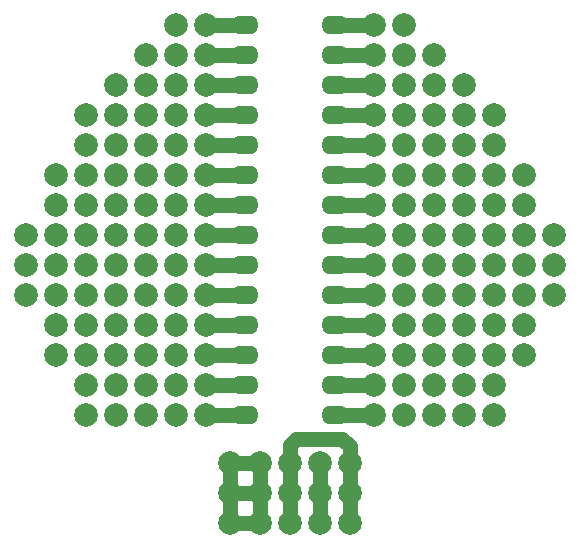
<source format=gbl>
G04 #@! TF.FileFunction,Copper,L2,Bot,Signal*
%FSLAX46Y46*%
G04 Gerber Fmt 4.6, Leading zero omitted, Abs format (unit mm)*
G04 Created by KiCad (PCBNEW 4.0.0-rc1-stable) date Di 10 Nov 2015 17:33:22 CET*
%MOMM*%
G01*
G04 APERTURE LIST*
%ADD10C,0.100000*%
%ADD11C,1.998980*%
%ADD12O,2.300000X1.600000*%
%ADD13C,1.250000*%
G04 APERTURE END LIST*
D10*
D11*
X158750000Y-103124000D03*
X139446000Y-103124000D03*
X156210000Y-103124000D03*
X141986000Y-103124000D03*
X158750000Y-105664000D03*
X156210000Y-105664000D03*
X161290000Y-105664000D03*
X161290000Y-108204000D03*
X158750000Y-108204000D03*
X163830000Y-108204000D03*
X156210000Y-108204000D03*
X141986000Y-105664000D03*
X139446000Y-105664000D03*
X136906000Y-105664000D03*
X139446000Y-108204000D03*
X136906000Y-108204000D03*
X141986000Y-108204000D03*
X134366000Y-108204000D03*
X126746000Y-123444000D03*
X126746000Y-120904000D03*
X126746000Y-125984000D03*
X129286000Y-125984000D03*
X129286000Y-128524000D03*
X129286000Y-131064000D03*
X129286000Y-123444000D03*
X129286000Y-120904000D03*
X129286000Y-115824000D03*
X129286000Y-118364000D03*
X171450000Y-123444000D03*
X171450000Y-120904000D03*
X171450000Y-125984000D03*
X168910000Y-115824000D03*
X168910000Y-118364000D03*
X168910000Y-123444000D03*
X168910000Y-120904000D03*
X168910000Y-128524000D03*
X168910000Y-125984000D03*
X168910000Y-131064000D03*
X158750000Y-113284000D03*
X161290000Y-113284000D03*
X158750000Y-115824000D03*
X161290000Y-115824000D03*
X161290000Y-118364000D03*
X158750000Y-118364000D03*
X163830000Y-113284000D03*
X166370000Y-110744000D03*
X166370000Y-113284000D03*
X163830000Y-110744000D03*
X158750000Y-128524000D03*
X158750000Y-125984000D03*
X161290000Y-125984000D03*
X166370000Y-125984000D03*
X161290000Y-123444000D03*
X166370000Y-120904000D03*
X163830000Y-125984000D03*
X166370000Y-123444000D03*
X163830000Y-120904000D03*
X161290000Y-120904000D03*
X163830000Y-123444000D03*
X158750000Y-123444000D03*
X158750000Y-120904000D03*
X161290000Y-136144000D03*
X166370000Y-136144000D03*
X163830000Y-133604000D03*
X166370000Y-133604000D03*
X163830000Y-136144000D03*
X161290000Y-133604000D03*
X163830000Y-131064000D03*
X163830000Y-128524000D03*
X161290000Y-128524000D03*
X161290000Y-131064000D03*
X166370000Y-128524000D03*
X166370000Y-131064000D03*
X158750000Y-133604000D03*
X158750000Y-131064000D03*
X158750000Y-136144000D03*
X163830000Y-118364000D03*
X166370000Y-118364000D03*
X163830000Y-115824000D03*
X166370000Y-115824000D03*
X161290000Y-110744000D03*
X158750000Y-110744000D03*
X156210000Y-118364000D03*
X156210000Y-115824000D03*
X156210000Y-120904000D03*
X156210000Y-123444000D03*
X156210000Y-125984000D03*
X156210000Y-128524000D03*
X156210000Y-113284000D03*
X156210000Y-131064000D03*
X156210000Y-136144000D03*
X156210000Y-133604000D03*
X144018000Y-145288000D03*
X144018000Y-142748000D03*
X146558000Y-145288000D03*
X146558000Y-142748000D03*
X151638000Y-145288000D03*
X151638000Y-142748000D03*
X149098000Y-145288000D03*
X149098000Y-142748000D03*
X154178000Y-145288000D03*
X154178000Y-142748000D03*
X144018000Y-140208000D03*
X146558000Y-140208000D03*
X149098000Y-140208000D03*
X154178000Y-140208000D03*
X151638000Y-140208000D03*
X131826000Y-125984000D03*
X134366000Y-125984000D03*
X134366000Y-123444000D03*
X131826000Y-120904000D03*
X131826000Y-123444000D03*
X131826000Y-131064000D03*
X131826000Y-128524000D03*
X134366000Y-131064000D03*
X134366000Y-128524000D03*
X136906000Y-131064000D03*
X136906000Y-128524000D03*
X141986000Y-131064000D03*
X139446000Y-131064000D03*
X141986000Y-128524000D03*
X141986000Y-125984000D03*
X139446000Y-125984000D03*
X139446000Y-128524000D03*
X139446000Y-123444000D03*
X139446000Y-120904000D03*
X141986000Y-123444000D03*
X141986000Y-120904000D03*
X136906000Y-125984000D03*
X136906000Y-123444000D03*
X136906000Y-120904000D03*
X134366000Y-120904000D03*
X134366000Y-133604000D03*
X131826000Y-136144000D03*
X131826000Y-133604000D03*
X134366000Y-136144000D03*
X139446000Y-118364000D03*
X141986000Y-118364000D03*
X141986000Y-110744000D03*
X141986000Y-115824000D03*
X141986000Y-113284000D03*
X139446000Y-110744000D03*
X131826000Y-118364000D03*
X136906000Y-118364000D03*
X131826000Y-115824000D03*
X134366000Y-118364000D03*
X136906000Y-110744000D03*
X139446000Y-115824000D03*
X134366000Y-113284000D03*
X136906000Y-115824000D03*
X136906000Y-113284000D03*
X139446000Y-113284000D03*
X134366000Y-115824000D03*
X136906000Y-133604000D03*
X139446000Y-133604000D03*
X139446000Y-136144000D03*
X141986000Y-136144000D03*
X136906000Y-136144000D03*
X141986000Y-133604000D03*
X131826000Y-113284000D03*
X131826000Y-110744000D03*
X134366000Y-110744000D03*
X156210000Y-110744000D03*
D12*
X145288000Y-136144000D03*
X145288000Y-133604000D03*
X145288000Y-131064000D03*
X145288000Y-128524000D03*
X145288000Y-125984000D03*
X145288000Y-123444000D03*
X145288000Y-120904000D03*
X145288000Y-118364000D03*
X145288000Y-115824000D03*
X145288000Y-113284000D03*
X145288000Y-110744000D03*
X145288000Y-108204000D03*
X145288000Y-105664000D03*
X145288000Y-103124000D03*
X152908000Y-103124000D03*
X152908000Y-105664000D03*
X152908000Y-108204000D03*
X152908000Y-110744000D03*
X152908000Y-113284000D03*
X152908000Y-115824000D03*
X152908000Y-118364000D03*
X152908000Y-120904000D03*
X152908000Y-123444000D03*
X152908000Y-125984000D03*
X152908000Y-128524000D03*
X152908000Y-131064000D03*
X152908000Y-133604000D03*
X152908000Y-136144000D03*
D13*
X144018000Y-142748000D02*
X146558000Y-142748000D01*
X149606000Y-138176000D02*
X149098000Y-138684000D01*
X149098000Y-138684000D02*
X149098000Y-140208000D01*
X153559492Y-138176000D02*
X149606000Y-138176000D01*
X154178000Y-140208000D02*
X154178000Y-138794508D01*
X154178000Y-138794508D02*
X153559492Y-138176000D01*
X145288000Y-136144000D02*
X141986000Y-136144000D01*
X141986000Y-133604000D02*
X145288000Y-133604000D01*
X145288000Y-131064000D02*
X141986000Y-131064000D01*
X141986000Y-128524000D02*
X145288000Y-128524000D01*
X145288000Y-125984000D02*
X141986000Y-125984000D01*
X141986000Y-123444000D02*
X145288000Y-123444000D01*
X145288000Y-120904000D02*
X141986000Y-120904000D01*
X141986000Y-118364000D02*
X145288000Y-118364000D01*
X145288000Y-115824000D02*
X141986000Y-115824000D01*
X141986000Y-113284000D02*
X145288000Y-113284000D01*
X145288000Y-110744000D02*
X141986000Y-110744000D01*
X141986000Y-108204000D02*
X145288000Y-108204000D01*
X145288000Y-105664000D02*
X141986000Y-105664000D01*
X141986000Y-103124000D02*
X145288000Y-103124000D01*
X156210000Y-103124000D02*
X152908000Y-103124000D01*
X152908000Y-105664000D02*
X156210000Y-105664000D01*
X156210000Y-108204000D02*
X152908000Y-108204000D01*
X152908000Y-110744000D02*
X156210000Y-110744000D01*
X156210000Y-113284000D02*
X152908000Y-113284000D01*
X152908000Y-115824000D02*
X156210000Y-115824000D01*
X152908000Y-118364000D02*
X156210000Y-118364000D01*
X152908000Y-120904000D02*
X156210000Y-120904000D01*
X152908000Y-123444000D02*
X156210000Y-123444000D01*
X152908000Y-125984000D02*
X156210000Y-125984000D01*
X152908000Y-128524000D02*
X156210000Y-128524000D01*
X152908000Y-131064000D02*
X156210000Y-131064000D01*
X152908000Y-133604000D02*
X156210000Y-133604000D01*
X152908000Y-136144000D02*
X156210000Y-136144000D01*
X144018000Y-145288000D02*
X146558000Y-145288000D01*
X144018000Y-140208000D02*
X146558000Y-140208000D01*
X144018000Y-142748000D02*
X144018000Y-140208000D01*
X151638000Y-142748000D02*
X151638000Y-140208000D01*
X151638000Y-145288000D02*
X151638000Y-142748000D01*
X149098000Y-142748000D02*
X149098000Y-140208000D01*
X149098000Y-145288000D02*
X149098000Y-142748000D01*
X146558000Y-140208000D02*
X146558000Y-142748000D01*
X146558000Y-145288000D02*
X146558000Y-142748000D01*
X144018000Y-145288000D02*
X144018000Y-142748000D01*
X154178000Y-145288000D02*
X154178000Y-142748000D01*
X154178000Y-142748000D02*
X154178000Y-140208000D01*
M02*

</source>
